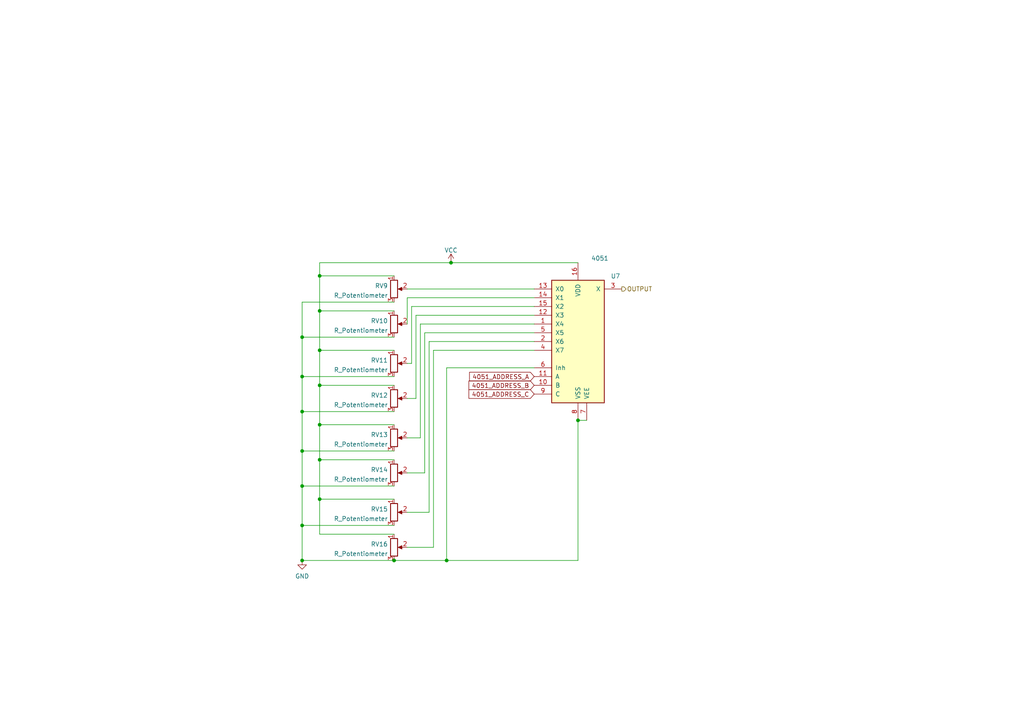
<source format=kicad_sch>
(kicad_sch (version 20211123) (generator eeschema)
  (paper "A4")
  (lib_symbols
    (symbol "4xxx:4051" (pin_names (offset 1.016))
      (property "Reference" "U" (at -7.62 19.05 0))
      (property "Value" "4051" (at -7.62 -19.05 0))
      (symbol "4051_1_0"
        (pin passive line (at -12.7 5.08 0) (length 5.08) (name "X4") (number "1"))
        (pin input line (at -12.7 -12.7 0) (length 5.08) (name "B") (number "10"))
        (pin input line (at -12.7 -10.16 0) (length 5.08) (name "A") (number "11"))
        (pin passive line (at -12.7 7.62 0) (length 5.08) (name "X3") (number "12"))
        (pin passive line (at -12.7 15.24 0) (length 5.08) (name "X0") (number "13"))
        (pin passive line (at -12.7 12.7 0) (length 5.08) (name "X1") (number "14"))
        (pin passive line (at -12.7 10.16 0) (length 5.08) (name "X2") (number "15"))
        (pin power_in line (at 0 22.86 270) (length 5.08) (name "VDD") (number "16"))
        (pin passive line (at -12.7 0 0) (length 5.08) (name "X6") (number "2"))
        (pin passive line (at 12.7 15.24 180) (length 5.08) (name "X") (number "3"))
        (pin passive line (at -12.7 -2.54 0) (length 5.08) (name "X7") (number "4"))
        (pin passive line (at -12.7 2.54 0) (length 5.08) (name "X5") (number "5"))
        (pin input line (at -12.7 -7.62 0) (length 5.08) (name "Inh") (number "6"))
        (pin power_in line (at 2.54 -22.86 90) (length 5.08) (name "VEE") (number "7"))
        (pin power_in line (at 0 -22.86 90) (length 5.08) (name "VSS") (number "8"))
        (pin input line (at -12.7 -15.24 0) (length 5.08) (name "C") (number "9"))
      )
      (symbol "4051_1_1"
        (rectangle (start -7.62 17.78) (end 7.62 -17.78) (stroke (width 0.254)) (fill (type background)))
      )
    )
    (symbol "Device:R_Potentiometer" (pin_names (offset 1.016) hide)
      (property "Reference" "RV" (at -4.445 0 90))
      (property "Value" "R_Potentiometer" (at -2.54 0 90))
      (symbol "R_Potentiometer_0_1"
        (polyline (pts (xy 2.54 0) (xy 1.524 0)))
        (polyline (pts (xy 1.143 0) (xy 2.286 0.508) (xy 2.286 -0.508) (xy 1.143 0)) (fill (type outline)))
        (rectangle (start 1.016 2.54) (end -1.016 -2.54) (stroke (width 0.254)))
      )
      (symbol "R_Potentiometer_1_1"
        (pin passive line (at 0 3.81 270) (length 1.27) (name "1") (number "1"))
        (pin passive line (at 3.81 0 180) (length 1.27) (name "2") (number "2"))
        (pin passive line (at 0 -3.81 90) (length 1.27) (name "3") (number "3"))
      )
    )
    (symbol "power:GND" (power) (pin_names (offset 0))
      (property "Value" "GND" (at 0 -3.81 0))
      (symbol "GND_0_1"
        (polyline (pts (xy 0 0) (xy 0 -1.27) (xy 1.27 -1.27) (xy 0 -2.54) (xy -1.27 -1.27) (xy 0 -1.27)))
      )
      (symbol "GND_1_1"
        (pin power_in line (at 0 0 270) (length 0) hide (name "GND") (number "1"))
      )
    )
    (symbol "power:VCC" (power) (pin_names (offset 0))
      (property "Value" "VCC" (at 0 3.81 0))
      (symbol "VCC_0_1"
        (polyline (pts (xy -0.762 1.27) (xy 0 2.54)))
        (polyline (pts (xy 0 0) (xy 0 2.54)))
        (polyline (pts (xy 0 2.54) (xy 0.762 1.27)))
      )
      (symbol "VCC_1_1"
        (pin power_in line (at 0 0 90) (length 0) hide (name "VCC") (number "1"))
      )
    )
  )
  (junction (at 167.64 121.92))
  (junction (at 92.71 80.01))
  (junction (at 87.63 119.38))
  (junction (at 92.71 133.35))
  (junction (at 129.54 162.56))
  (junction (at 92.71 123.19))
  (junction (at 87.63 109.22))
  (junction (at 130.81 76.2))
  (junction (at 92.71 101.6))
  (junction (at 92.71 111.76))
  (junction (at 87.63 97.79))
  (junction (at 92.71 144.78))
  (junction (at 87.63 162.56))
  (junction (at 87.63 140.97))
  (junction (at 114.3 162.56))
  (junction (at 87.63 152.4))
  (junction (at 87.63 130.81))
  (junction (at 92.71 90.17))
  (wire (pts (xy 123.19 137.16) (xy 118.11 137.16)))
  (wire (pts (xy 114.3 97.79) (xy 87.63 97.79)))
  (wire (pts (xy 114.3 133.35) (xy 92.71 133.35)))
  (wire (pts (xy 92.71 144.78) (xy 92.71 133.35)))
  (wire (pts (xy 87.63 87.63) (xy 87.63 97.79)))
  (wire (pts (xy 154.94 91.44) (xy 120.65 91.44)))
  (wire (pts (xy 125.73 101.6) (xy 125.73 158.75)))
  (wire (pts (xy 92.71 101.6) (xy 92.71 90.17)))
  (wire (pts (xy 87.63 162.56) (xy 114.3 162.56)))
  (wire (pts (xy 114.3 152.4) (xy 87.63 152.4)))
  (wire (pts (xy 87.63 119.38) (xy 87.63 130.81)))
  (wire (pts (xy 125.73 158.75) (xy 118.11 158.75)))
  (wire (pts (xy 154.94 106.68) (xy 129.54 106.68)))
  (wire (pts (xy 87.63 152.4) (xy 87.63 162.56)))
  (wire (pts (xy 92.71 90.17) (xy 92.71 80.01)))
  (wire (pts (xy 123.19 96.52) (xy 123.19 137.16)))
  (wire (pts (xy 167.64 76.2) (xy 130.81 76.2)))
  (wire (pts (xy 121.92 93.98) (xy 121.92 127)))
  (wire (pts (xy 124.46 99.06) (xy 124.46 148.59)))
  (wire (pts (xy 114.3 101.6) (xy 92.71 101.6)))
  (wire (pts (xy 154.94 99.06) (xy 124.46 99.06)))
  (wire (pts (xy 114.3 140.97) (xy 87.63 140.97)))
  (wire (pts (xy 129.54 106.68) (xy 129.54 162.56)))
  (wire (pts (xy 154.94 88.9) (xy 119.38 88.9)))
  (wire (pts (xy 87.63 109.22) (xy 87.63 119.38)))
  (wire (pts (xy 92.71 123.19) (xy 92.71 111.76)))
  (wire (pts (xy 92.71 111.76) (xy 92.71 101.6)))
  (wire (pts (xy 167.64 121.92) (xy 170.18 121.92)))
  (wire (pts (xy 129.54 162.56) (xy 167.64 162.56)))
  (wire (pts (xy 119.38 88.9) (xy 119.38 105.41)))
  (wire (pts (xy 118.11 83.82) (xy 154.94 83.82)))
  (wire (pts (xy 87.63 130.81) (xy 87.63 140.97)))
  (wire (pts (xy 154.94 96.52) (xy 123.19 96.52)))
  (wire (pts (xy 120.65 115.57) (xy 118.11 115.57)))
  (wire (pts (xy 114.3 123.19) (xy 92.71 123.19)))
  (wire (pts (xy 118.11 86.36) (xy 118.11 93.98)))
  (wire (pts (xy 87.63 140.97) (xy 87.63 152.4)))
  (wire (pts (xy 92.71 76.2) (xy 92.71 80.01)))
  (wire (pts (xy 119.38 105.41) (xy 118.11 105.41)))
  (wire (pts (xy 92.71 80.01) (xy 114.3 80.01)))
  (wire (pts (xy 92.71 133.35) (xy 92.71 123.19)))
  (wire (pts (xy 120.65 91.44) (xy 120.65 115.57)))
  (wire (pts (xy 114.3 111.76) (xy 92.71 111.76)))
  (wire (pts (xy 124.46 148.59) (xy 118.11 148.59)))
  (wire (pts (xy 114.3 162.56) (xy 129.54 162.56)))
  (wire (pts (xy 87.63 97.79) (xy 87.63 109.22)))
  (wire (pts (xy 130.81 76.2) (xy 92.71 76.2)))
  (wire (pts (xy 121.92 127) (xy 118.11 127)))
  (wire (pts (xy 167.64 162.56) (xy 167.64 121.92)))
  (wire (pts (xy 114.3 90.17) (xy 92.71 90.17)))
  (wire (pts (xy 114.3 119.38) (xy 87.63 119.38)))
  (wire (pts (xy 114.3 109.22) (xy 87.63 109.22)))
  (wire (pts (xy 114.3 144.78) (xy 92.71 144.78)))
  (wire (pts (xy 114.3 154.94) (xy 92.71 154.94)))
  (wire (pts (xy 154.94 93.98) (xy 121.92 93.98)))
  (wire (pts (xy 154.94 101.6) (xy 125.73 101.6)))
  (wire (pts (xy 114.3 87.63) (xy 87.63 87.63)))
  (wire (pts (xy 114.3 130.81) (xy 87.63 130.81)))
  (wire (pts (xy 154.94 86.36) (xy 118.11 86.36)))
  (wire (pts (xy 92.71 154.94) (xy 92.71 144.78)))
  (global_label "4051_ADDRESS_C" (shape input) (at 154.94 114.3 180) (property "Intersheet References" "${INTERSHEET_REFS}" (effects hide)))
  (global_label "4051_ADDRESS_B" (shape input) (at 154.94 111.76 180) (property "Intersheet References" "${INTERSHEET_REFS}" (effects hide)))
  (global_label "4051_ADDRESS_A" (shape input) (at 154.94 109.22 180) (property "Intersheet References" "${INTERSHEET_REFS}" (effects hide)))
  (hierarchical_label "OUTPUT" (shape output) (at 180.34 83.82 0))
  (symbol (lib_id "Device:R_Potentiometer") (at 114.3 137.16 0)
    (property "Reference" "RV14" (at 112.5221 136.2515 0) (effects (justify right)))
    (property "Value" "R_Potentiometer" (at 112.5221 139.0266 0) (effects (justify right)))
    (property "Footprint" "Potentiometer_THT:Potentiometer_Alps_RK09K_Single_Vertical" (effects hide))
  )
  (symbol (lib_id "Device:R_Potentiometer") (at 114.3 158.75 0)
    (property "Reference" "RV16" (at 112.5221 157.8415 0) (effects (justify right)))
    (property "Value" "R_Potentiometer" (at 112.5221 160.6166 0) (effects (justify right)))
    (property "Footprint" "Potentiometer_THT:Potentiometer_Alps_RK09K_Single_Vertical" (effects hide))
  )
  (symbol (lib_id "Device:R_Potentiometer") (at 114.3 93.98 0)
    (property "Reference" "RV10" (at 112.5221 93.0715 0) (effects (justify right)))
    (property "Value" "R_Potentiometer" (at 112.5221 95.8466 0) (effects (justify right)))
    (property "Footprint" "Potentiometer_THT:Potentiometer_Alps_RK09K_Single_Vertical" (effects hide))
  )
  (symbol (lib_id "Device:R_Potentiometer") (at 114.3 105.41 0)
    (property "Reference" "RV11" (at 112.5221 104.5015 0) (effects (justify right)))
    (property "Value" "R_Potentiometer" (at 112.5221 107.2766 0) (effects (justify right)))
    (property "Footprint" "Potentiometer_THT:Potentiometer_Alps_RK09K_Single_Vertical" (effects hide))
  )
  (symbol (lib_id "power:GND") (at 87.63 162.56 0)
    (property "Reference" "#PWR018" (effects hide))
    (property "Value" "GND" (at 87.63 167.1225 0))
  )
  (symbol (lib_id "power:VCC") (at 130.81 76.2 0)
    (property "Reference" "#PWR019" (effects hide))
    (property "Value" "VCC" (at 130.81 72.5955 0))
  )
  (symbol (lib_id "Device:R_Potentiometer") (at 114.3 127 0)
    (property "Reference" "RV13" (at 112.5221 126.0915 0) (effects (justify right)))
    (property "Value" "R_Potentiometer" (at 112.5221 128.8666 0) (effects (justify right)))
    (property "Footprint" "Potentiometer_THT:Potentiometer_Alps_RK09K_Single_Vertical" (effects hide))
  )
  (symbol (lib_id "Device:R_Potentiometer") (at 114.3 83.82 0)
    (property "Reference" "RV9" (at 112.5221 82.9115 0) (effects (justify right)))
    (property "Value" "R_Potentiometer" (at 112.5221 85.6866 0) (effects (justify right)))
    (property "Footprint" "Potentiometer_THT:Potentiometer_Alps_RK09K_Single_Vertical" (effects hide))
  )
  (symbol (lib_id "Device:R_Potentiometer") (at 114.3 148.59 0)
    (property "Reference" "RV15" (at 112.5221 147.6815 0) (effects (justify right)))
    (property "Value" "R_Potentiometer" (at 112.5221 150.4566 0) (effects (justify right)))
    (property "Footprint" "Potentiometer_THT:Potentiometer_Alps_RK09K_Single_Vertical" (effects hide))
  )
  (symbol (lib_id "4xxx:4051") (at 167.64 99.06 0)
    (property "Reference" "U7" (at 178.5204 80.0948 0))
    (property "Value" "4051" (at 173.99 74.93 0))
    (property "Footprint" "Package_SO:SOIC-16_3.9x9.9mm_P1.27mm" (effects hide))
    (property "Datasheet" "http://www.intersil.com/content/dam/Intersil/documents/cd40/cd4051bms-52bms-53bms.pdf" (effects hide))
  )
  (symbol (lib_id "Device:R_Potentiometer") (at 114.3 115.57 0)
    (property "Reference" "RV12" (at 112.5221 114.6615 0) (effects (justify right)))
    (property "Value" "R_Potentiometer" (at 112.5221 117.4366 0) (effects (justify right)))
    (property "Footprint" "Potentiometer_THT:Potentiometer_Alps_RK09K_Single_Vertical" (effects hide))
  )
)
</source>
